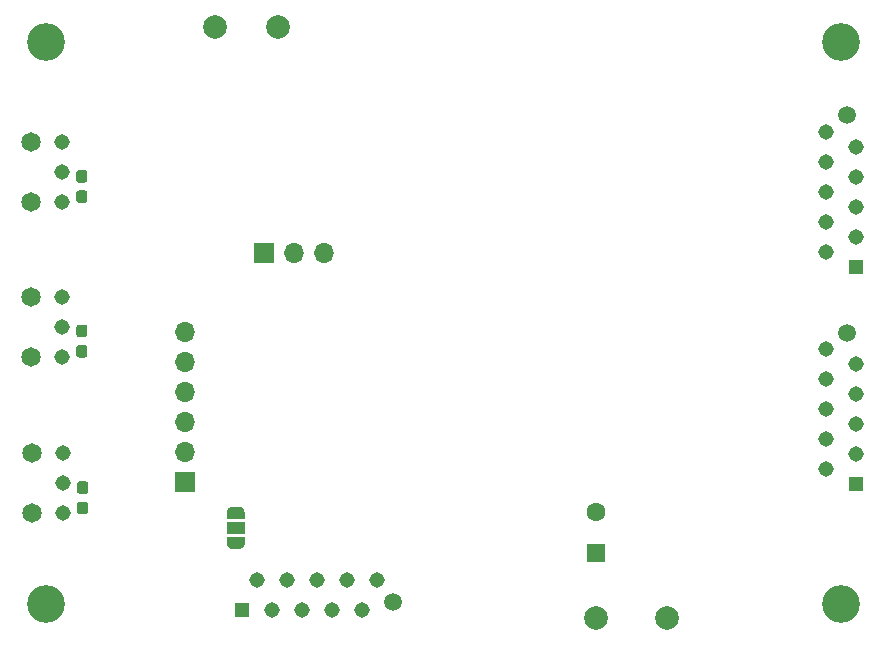
<source format=gbr>
G04 #@! TF.GenerationSoftware,KiCad,Pcbnew,(5.1.10-0-10_14)*
G04 #@! TF.CreationDate,2021-06-26T15:44:58+02:00*
G04 #@! TF.ProjectId,dac,6461632e-6b69-4636-9164-5f7063625858,rev?*
G04 #@! TF.SameCoordinates,Original*
G04 #@! TF.FileFunction,Soldermask,Bot*
G04 #@! TF.FilePolarity,Negative*
%FSLAX46Y46*%
G04 Gerber Fmt 4.6, Leading zero omitted, Abs format (unit mm)*
G04 Created by KiCad (PCBNEW (5.1.10-0-10_14)) date 2021-06-26 15:44:58*
%MOMM*%
%LPD*%
G01*
G04 APERTURE LIST*
%ADD10C,1.308000*%
%ADD11C,1.650000*%
%ADD12C,2.000000*%
%ADD13R,1.308000X1.308000*%
%ADD14C,1.500000*%
%ADD15O,1.700000X1.700000*%
%ADD16R,1.700000X1.700000*%
%ADD17C,0.100000*%
%ADD18R,1.500000X1.000000*%
%ADD19C,1.600000*%
%ADD20R,1.600000X1.600000*%
%ADD21C,3.200000*%
G04 APERTURE END LIST*
D10*
X115088500Y-96393000D03*
X115088500Y-98933000D03*
X115088500Y-101473000D03*
D11*
X112458500Y-101473000D03*
X112458500Y-96393000D03*
D10*
X115025000Y-83185000D03*
X115025000Y-85725000D03*
X115025000Y-88265000D03*
D11*
X112395000Y-88265000D03*
X112395000Y-83185000D03*
D10*
X115025000Y-70104000D03*
X115025000Y-72644000D03*
X115025000Y-75184000D03*
D11*
X112395000Y-75184000D03*
X112395000Y-70104000D03*
G36*
G01*
X116539000Y-100528000D02*
X117014000Y-100528000D01*
G75*
G02*
X117251500Y-100765500I0J-237500D01*
G01*
X117251500Y-101365500D01*
G75*
G02*
X117014000Y-101603000I-237500J0D01*
G01*
X116539000Y-101603000D01*
G75*
G02*
X116301500Y-101365500I0J237500D01*
G01*
X116301500Y-100765500D01*
G75*
G02*
X116539000Y-100528000I237500J0D01*
G01*
G37*
G36*
G01*
X116539000Y-98803000D02*
X117014000Y-98803000D01*
G75*
G02*
X117251500Y-99040500I0J-237500D01*
G01*
X117251500Y-99640500D01*
G75*
G02*
X117014000Y-99878000I-237500J0D01*
G01*
X116539000Y-99878000D01*
G75*
G02*
X116301500Y-99640500I0J237500D01*
G01*
X116301500Y-99040500D01*
G75*
G02*
X116539000Y-98803000I237500J0D01*
G01*
G37*
G36*
G01*
X116475500Y-87256500D02*
X116950500Y-87256500D01*
G75*
G02*
X117188000Y-87494000I0J-237500D01*
G01*
X117188000Y-88094000D01*
G75*
G02*
X116950500Y-88331500I-237500J0D01*
G01*
X116475500Y-88331500D01*
G75*
G02*
X116238000Y-88094000I0J237500D01*
G01*
X116238000Y-87494000D01*
G75*
G02*
X116475500Y-87256500I237500J0D01*
G01*
G37*
G36*
G01*
X116475500Y-85531500D02*
X116950500Y-85531500D01*
G75*
G02*
X117188000Y-85769000I0J-237500D01*
G01*
X117188000Y-86369000D01*
G75*
G02*
X116950500Y-86606500I-237500J0D01*
G01*
X116475500Y-86606500D01*
G75*
G02*
X116238000Y-86369000I0J237500D01*
G01*
X116238000Y-85769000D01*
G75*
G02*
X116475500Y-85531500I237500J0D01*
G01*
G37*
G36*
G01*
X116475500Y-74175500D02*
X116950500Y-74175500D01*
G75*
G02*
X117188000Y-74413000I0J-237500D01*
G01*
X117188000Y-75013000D01*
G75*
G02*
X116950500Y-75250500I-237500J0D01*
G01*
X116475500Y-75250500D01*
G75*
G02*
X116238000Y-75013000I0J237500D01*
G01*
X116238000Y-74413000D01*
G75*
G02*
X116475500Y-74175500I237500J0D01*
G01*
G37*
G36*
G01*
X116475500Y-72450500D02*
X116950500Y-72450500D01*
G75*
G02*
X117188000Y-72688000I0J-237500D01*
G01*
X117188000Y-73288000D01*
G75*
G02*
X116950500Y-73525500I-237500J0D01*
G01*
X116475500Y-73525500D01*
G75*
G02*
X116238000Y-73288000I0J237500D01*
G01*
X116238000Y-72688000D01*
G75*
G02*
X116475500Y-72450500I237500J0D01*
G01*
G37*
D12*
X127952500Y-60325000D03*
X133350000Y-60325000D03*
D13*
X130238500Y-109728000D03*
D10*
X131508500Y-107188000D03*
X132778500Y-109728000D03*
X134048500Y-107188000D03*
X135318500Y-109728000D03*
X136588500Y-107188000D03*
X137858500Y-109728000D03*
X139128500Y-107188000D03*
X140398500Y-109728000D03*
X141668500Y-107188000D03*
D14*
X143068500Y-108988000D03*
D13*
X182245000Y-99060000D03*
D10*
X179705000Y-97790000D03*
X182245000Y-96520000D03*
X179705000Y-95250000D03*
X182245000Y-93980000D03*
X179705000Y-92710000D03*
X182245000Y-91440000D03*
X179705000Y-90170000D03*
X182245000Y-88900000D03*
X179705000Y-87630000D03*
D14*
X181505000Y-86230000D03*
D13*
X182245000Y-80645000D03*
D10*
X179705000Y-79375000D03*
X182245000Y-78105000D03*
X179705000Y-76835000D03*
X182245000Y-75565000D03*
X179705000Y-74295000D03*
X182245000Y-73025000D03*
X179705000Y-71755000D03*
X182245000Y-70485000D03*
X179705000Y-69215000D03*
D14*
X181505000Y-67815000D03*
D15*
X137223500Y-79438500D03*
X134683500Y-79438500D03*
D16*
X132143500Y-79438500D03*
D17*
G36*
X130493200Y-103488400D02*
G01*
X130493200Y-104038400D01*
X130492598Y-104038400D01*
X130492598Y-104062934D01*
X130487788Y-104111765D01*
X130478216Y-104159890D01*
X130463972Y-104206845D01*
X130445195Y-104252178D01*
X130422064Y-104295451D01*
X130394804Y-104336250D01*
X130363676Y-104374179D01*
X130328979Y-104408876D01*
X130291050Y-104440004D01*
X130250251Y-104467264D01*
X130206978Y-104490395D01*
X130161645Y-104509172D01*
X130114690Y-104523416D01*
X130066565Y-104532988D01*
X130017734Y-104537798D01*
X129993200Y-104537798D01*
X129993200Y-104538400D01*
X129493200Y-104538400D01*
X129493200Y-104537798D01*
X129468666Y-104537798D01*
X129419835Y-104532988D01*
X129371710Y-104523416D01*
X129324755Y-104509172D01*
X129279422Y-104490395D01*
X129236149Y-104467264D01*
X129195350Y-104440004D01*
X129157421Y-104408876D01*
X129122724Y-104374179D01*
X129091596Y-104336250D01*
X129064336Y-104295451D01*
X129041205Y-104252178D01*
X129022428Y-104206845D01*
X129008184Y-104159890D01*
X128998612Y-104111765D01*
X128993802Y-104062934D01*
X128993802Y-104038400D01*
X128993200Y-104038400D01*
X128993200Y-103488400D01*
X130493200Y-103488400D01*
G37*
D18*
X129743200Y-102738400D03*
D17*
G36*
X128993802Y-101438400D02*
G01*
X128993802Y-101413866D01*
X128998612Y-101365035D01*
X129008184Y-101316910D01*
X129022428Y-101269955D01*
X129041205Y-101224622D01*
X129064336Y-101181349D01*
X129091596Y-101140550D01*
X129122724Y-101102621D01*
X129157421Y-101067924D01*
X129195350Y-101036796D01*
X129236149Y-101009536D01*
X129279422Y-100986405D01*
X129324755Y-100967628D01*
X129371710Y-100953384D01*
X129419835Y-100943812D01*
X129468666Y-100939002D01*
X129493200Y-100939002D01*
X129493200Y-100938400D01*
X129993200Y-100938400D01*
X129993200Y-100939002D01*
X130017734Y-100939002D01*
X130066565Y-100943812D01*
X130114690Y-100953384D01*
X130161645Y-100967628D01*
X130206978Y-100986405D01*
X130250251Y-101009536D01*
X130291050Y-101036796D01*
X130328979Y-101067924D01*
X130363676Y-101102621D01*
X130394804Y-101140550D01*
X130422064Y-101181349D01*
X130445195Y-101224622D01*
X130463972Y-101269955D01*
X130478216Y-101316910D01*
X130487788Y-101365035D01*
X130492598Y-101413866D01*
X130492598Y-101438400D01*
X130493200Y-101438400D01*
X130493200Y-101988400D01*
X128993200Y-101988400D01*
X128993200Y-101438400D01*
X128993802Y-101438400D01*
G37*
D12*
X166243000Y-110363000D03*
X160210500Y-110363000D03*
D19*
X160210500Y-101402000D03*
D20*
X160210500Y-104902000D03*
D15*
X125476000Y-86156800D03*
X125476000Y-88696800D03*
X125476000Y-91236800D03*
X125476000Y-93776800D03*
X125476000Y-96316800D03*
D16*
X125476000Y-98856800D03*
D21*
X113665000Y-109220000D03*
X180975000Y-109220000D03*
X180975000Y-61595000D03*
X113665000Y-61595000D03*
M02*

</source>
